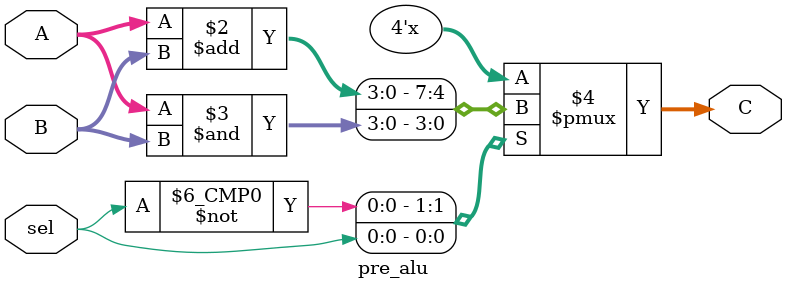
<source format=v>
/*Practica 03/Participacion Pre Alu | Arquitectura de Computadoras
Estrada Rivera Gustavo de Jesus 220746114 | 31/08/2025 */

`timescale 1ns/1ns
module pre_alu (
	input [3:0]A,
	input [3:0]B,
	input sel,
	output reg [3:0]C
);

always @*
	begin
		case(sel)
			1'b0: C= A+B;
			1'b1: C= A&B;
		endcase
	end

endmodule

//Repositorio en GitHub: https://github.com/GustavoEstrada4611/Arquitectura_de_Computadoras/tree/main/Practica03 

</source>
